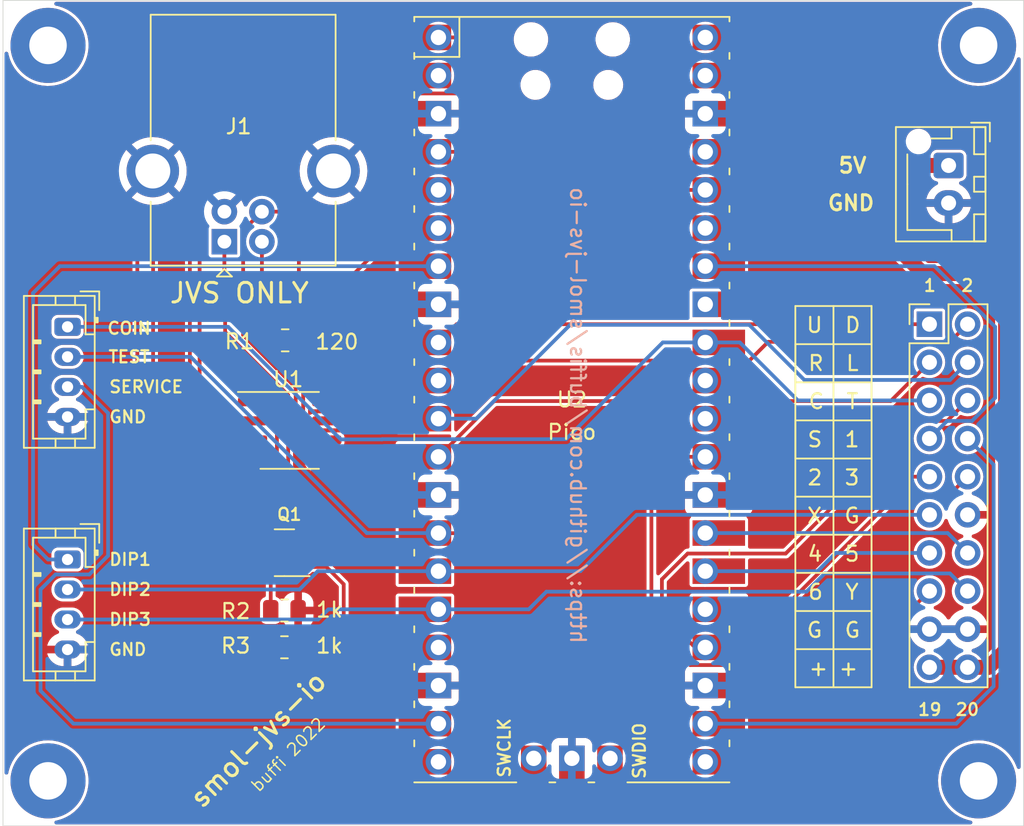
<source format=kicad_pcb>
(kicad_pcb (version 20211014) (generator pcbnew)
  (layers (0 "F.Cu" signal) (31 "B.Cu" signal) (34 "B.Paste" user) (35 "F.Paste" user) (36 "B.SilkS" user "B.Silkscreen") (37 "F.SilkS" user "F.Silkscreen") (38 "B.Mask" user) (39 "F.Mask" user) (44 "Edge.Cuts" user))
  (net 0 "")
  (net 1 "GND")
  (net 2 "+3V3")
  (net 4 "/jvs_tx")
  (net 5 "/jvs_de")
  (net 6 "/jvs_re")
  (net 7 "/jvs_rx")
  (net 8 "/sense_0v")
  (net 10 "Net-(J1-Pad2)")
  (net 11 "Net-(J1-Pad3)")
  (net 20 "/b_up")
  (net 21 "/b_down")
  (net 22 "/b_right")
  (net 23 "/b_left")
  (net 24 "/b_coin")
  (net 25 "/b_test")
  (net 26 "/b_start")
  (net 27 "/b_1")
  (net 28 "/b_2")
  (net 29 "/b_3")
  (net 30 "/b_4")
  (net 31 "/b_5")
  (net 32 "/b_6")
  (net 33 "/b_service")
  (net 34 "+5V")
  (net 35 "/dip1")
  (net 36 "/dip2")
  (net 37 "/dip3")
  (net 39 "/jvs_sense")
  (footprint "Resistor_SMD:R_0805_2012Metric" (layer "F.Cu") (at 190.8 66.65 180)
    (fp_text reference "R1" (at 3.05 -0.075) (layer "F.SilkS"))
    (fp_text value "120" (at -3.45 -0.1) (layer "F.SilkS"))
    (pad "1" smd roundrect (at -0.9125 0 180) (size 1.025 1.4) (layers "F.Cu" "F.Paste" "F.Mask") (roundrect_rratio 0.243902439) (net 11 "Net-(J1-Pad3)"))
    (pad "2" smd roundrect (at 0.9125 0 180) (size 1.025 1.4) (layers "F.Cu" "F.Paste" "F.Mask") (roundrect_rratio 0.243902439) (net 10 "Net-(J1-Pad2)"))
  )
  (footprint "Resistor_SMD:R_0805_2012Metric" (layer "F.Cu") (at 190.75 87.1 180)
    (fp_text reference "R3" (at 3.25 0.1) (layer "F.SilkS"))
    (fp_text value "1k" (at -3 0.1) (layer "F.SilkS"))
    (pad "1" smd roundrect (at -0.9125 0 180) (size 1.025 1.4) (layers "F.Cu" "F.Paste" "F.Mask") (roundrect_rratio 0.243902439) (net 8 "/sense_0v"))
    (pad "2" smd roundrect (at 0.9125 0 180) (size 1.025 1.4) (layers "F.Cu" "F.Paste" "F.Mask") (roundrect_rratio 0.243902439) (net 1 "GND"))
  )
  (footprint "Resistor_SMD:R_0805_2012Metric" (layer "F.Cu") (at 190.75 84.65)
    (fp_text reference "R2" (at -3.25 0.05) (layer "F.SilkS"))
    (fp_text value "1k" (at 3 -0.05) (layer "F.SilkS"))
    (pad "1" smd roundrect (at -0.9125 0) (size 1.025 1.4) (layers "F.Cu" "F.Paste" "F.Mask") (roundrect_rratio 0.243902439) (net 39 "/jvs_sense"))
    (pad "2" smd roundrect (at 0.9125 0) (size 1.025 1.4) (layers "F.Cu" "F.Paste" "F.Mask") (roundrect_rratio 0.243902439) (net 1 "GND"))
  )
  (footprint "Package_SO:SOIC-8_3.9x4.9mm_P1.27mm" (layer "F.Cu") (at 191.1 72.65)
    (fp_text reference "U1" (at -0.1 -3.4) (layer "F.SilkS"))
    (fp_text value "ISL3175EIBZ-T" hide)
    (pad "1" smd roundrect (at -2.475 -1.905) (size 1.95 0.6) (layers "F.Cu" "F.Paste" "F.Mask") (net 7 "/jvs_rx"))
    (pad "2" smd roundrect (at -2.475 -0.635) (size 1.95 0.6) (layers "F.Cu" "F.Paste" "F.Mask") (net 6 "/jvs_re"))
    (pad "3" smd roundrect (at -2.475 0.635) (size 1.95 0.6) (layers "F.Cu" "F.Paste" "F.Mask") (net 5 "/jvs_de"))
    (pad "4" smd roundrect (at -2.475 1.905) (size 1.95 0.6) (layers "F.Cu" "F.Paste" "F.Mask") (net 4 "/jvs_tx"))
    (pad "5" smd roundrect (at 2.475 1.905) (size 1.95 0.6) (layers "F.Cu" "F.Paste" "F.Mask") (net 1 "GND"))
    (pad "6" smd roundrect (at 2.475 0.635) (size 1.95 0.6) (layers "F.Cu" "F.Paste" "F.Mask") (net 11 "Net-(J1-Pad3)"))
    (pad "7" smd roundrect (at 2.475 -0.635) (size 1.95 0.6) (layers "F.Cu" "F.Paste" "F.Mask") (net 10 "Net-(J1-Pad2)"))
    (pad "8" smd roundrect (at 2.475 -1.905) (size 1.95 0.6) (layers "F.Cu" "F.Paste" "F.Mask") (net 2 "+3V3"))
  )
  (footprint "Connector_USB:USB_B_OST_USB-B1HSxx_Horizontal" (layer "F.Cu") (at 186.75 60.0775 90)
    (fp_text reference "J1" (at 7.6775 0.95) (layer "F.SilkS"))
    (fp_text value "USB_B")
    (pad "1" thru_hole rect (at 0 0 90) (size 1.7 1.7) (drill 0.92) (layers *.Cu *.Mask) (net 39 "/jvs_sense"))
    (pad "2" thru_hole circle (at 0 2.5 90) (size 1.7 1.7) (drill 0.92) (layers *.Cu *.Mask) (net 10 "Net-(J1-Pad2)"))
    (pad "3" thru_hole circle (at 2 2.5 90) (size 1.7 1.7) (drill 0.92) (layers *.Cu *.Mask) (net 11 "Net-(J1-Pad3)"))
    (pad "4" thru_hole circle (at 2 0 90) (size 1.7 1.7) (drill 0.92) (layers *.Cu *.Mask) (net 1 "GND"))
    (pad "5" thru_hole circle (at 4.71 -4.77 90) (size 3.5 3.5) (drill 2.33) (layers *.Cu *.Mask) (net 1 "GND"))
    (pad "5" thru_hole circle (at 4.71 7.27 90) (size 3.5 3.5) (drill 2.33) (layers *.Cu *.Mask) (net 1 "GND"))
  )
  (footprint "RPi_Pico:RPi_Pico_SMD_TH" (layer "F.Cu") (at 209.9 70.6)
    (fp_text reference "U2" (at 0 0) (layer "F.SilkS"))
    (fp_text value "Pico" (at 0 2.159) (layer "F.SilkS"))
    (fp_text user "SWCLK" (at -4.5 23.2 90) (layer "F.SilkS") (effects (font (size 0.8 0.8))))
    (fp_text user "SWDIO" (at 4.5 23.4 90) (layer "F.SilkS") (effects (font (size 0.8 0.8))))
    (pad "" np_thru_hole oval locked (at -2.425 -20.97) (size 1.5 1.5) (drill 1.5) (layers *.Cu *.Mask))
    (pad "" np_thru_hole oval locked (at -2.725 -24) (size 1.8 1.8) (drill 1.8) (layers *.Cu *.Mask))
    (pad "" np_thru_hole oval locked (at 2.425 -20.97) (size 1.5 1.5) (drill 1.5) (layers *.Cu *.Mask))
    (pad "" np_thru_hole oval locked (at 2.725 -24) (size 1.8 1.8) (drill 1.8) (layers *.Cu *.Mask))
    (pad "1" thru_hole oval locked (at -8.89 -24.13) (size 1.7 1.7) (drill 1.02) (layers *.Cu *.Mask) (net 4 "/jvs_tx"))
    (pad "1" smd rect locked (at -8.89 -24.13) (size 3.5 1.7) (drill (offset -0.9 0)) (layers "F.Cu" "F.Mask") (net 4 "/jvs_tx"))
    (pad "2" smd rect locked (at -8.89 -21.59) (size 3.5 1.7) (drill (offset -0.9 0)) (layers "F.Cu" "F.Mask") (net 7 "/jvs_rx"))
    (pad "2" thru_hole oval locked (at -8.89 -21.59) (size 1.7 1.7) (drill 1.02) (layers *.Cu *.Mask) (net 7 "/jvs_rx"))
    (pad "3" smd rect locked (at -8.89 -19.05) (size 3.5 1.7) (drill (offset -0.9 0)) (layers "F.Cu" "F.Mask") (net 1 "GND"))
    (pad "3" thru_hole rect locked (at -8.89 -19.05) (size 1.7 1.7) (drill 1.02) (layers *.Cu *.Mask) (net 1 "GND"))
    (pad "4" thru_hole oval locked (at -8.89 -16.51) (size 1.7 1.7) (drill 1.02) (layers *.Cu *.Mask) (net 6 "/jvs_re"))
    (pad "4" smd rect locked (at -8.89 -16.51) (size 3.5 1.7) (drill (offset -0.9 0)) (layers "F.Cu" "F.Mask") (net 6 "/jvs_re"))
    (pad "5" smd rect locked (at -8.89 -13.97) (size 3.5 1.7) (drill (offset -0.9 0)) (layers "F.Cu" "F.Mask") (net 5 "/jvs_de"))
    (pad "5" thru_hole oval locked (at -8.89 -13.97) (size 1.7 1.7) (drill 1.02) (layers *.Cu *.Mask) (net 5 "/jvs_de"))
    (pad "6" smd rect locked (at -8.89 -11.43) (size 3.5 1.7) (drill (offset -0.9 0)) (layers "F.Cu" "F.Mask"))
    (pad "6" thru_hole oval locked (at -8.89 -11.43) (size 1.7 1.7) (drill 1.02) (layers *.Cu *.Mask))
    (pad "7" thru_hole oval locked (at -8.89 -8.89) (size 1.7 1.7) (drill 1.02) (layers *.Cu *.Mask) (net 35 "/dip1"))
    (pad "7" smd rect locked (at -8.89 -8.89) (size 3.5 1.7) (drill (offset -0.9 0)) (layers "F.Cu" "F.Mask") (net 35 "/dip1"))
    (pad "8" thru_hole rect locked (at -8.89 -6.35) (size 1.7 1.7) (drill 1.02) (layers *.Cu *.Mask) (net 1 "GND"))
    (pad "8" smd rect locked (at -8.89 -6.35) (size 3.5 1.7) (drill (offset -0.9 0)) (layers "F.Cu" "F.Mask") (net 1 "GND"))
    (pad "9" thru_hole oval locked (at -8.89 -3.81) (size 1.7 1.7) (drill 1.02) (layers *.Cu *.Mask) (net 20 "/b_up"))
    (pad "9" smd rect locked (at -8.89 -3.81) (size 3.5 1.7) (drill (offset -0.9 0)) (layers "F.Cu" "F.Mask") (net 20 "/b_up"))
    (pad "10" thru_hole oval locked (at -8.89 -1.27) (size 1.7 1.7) (drill 1.02) (layers *.Cu *.Mask) (net 21 "/b_down"))
    (pad "10" smd rect locked (at -8.89 -1.27) (size 3.5 1.7) (drill (offset -0.9 0)) (layers "F.Cu" "F.Mask") (net 21 "/b_down"))
    (pad "11" smd rect locked (at -8.89 1.27) (size 3.5 1.7) (drill (offset -0.9 0)) (layers "F.Cu" "F.Mask") (net 23 "/b_left"))
    (pad "11" thru_hole oval locked (at -8.89 1.27) (size 1.7 1.7) (drill 1.02) (layers *.Cu *.Mask) (net 23 "/b_left"))
    (pad "12" smd rect locked (at -8.89 3.81) (size 3.5 1.7) (drill (offset -0.9 0)) (layers "F.Cu" "F.Mask") (net 22 "/b_right"))
    (pad "12" thru_hole oval locked (at -8.89 3.81) (size 1.7 1.7) (drill 1.02) (layers *.Cu *.Mask) (net 22 "/b_right"))
    (pad "13" thru_hole rect locked (at -8.89 6.35) (size 1.7 1.7) (drill 1.02) (layers *.Cu *.Mask) (net 1 "GND"))
    (pad "13" smd rect locked (at -8.89 6.35) (size 3.5 1.7) (drill (offset -0.9 0)) (layers "F.Cu" "F.Mask") (net 1 "GND"))
    (pad "14" smd rect locked (at -8.89 8.89) (size 3.5 1.7) (drill (offset -0.9 0)) (layers "F.Cu" "F.Mask") (net 25 "/b_test"))
    (pad "14" thru_hole oval locked (at -8.89 8.89) (size 1.7 1.7) (drill 1.02) (layers *.Cu *.Mask) (net 25 "/b_test"))
    (pad "15" smd rect locked (at -8.89 11.43) (size 3.5 1.7) (drill (offset -0.9 0)) (layers "F.Cu" "F.Mask") (net 36 "/dip2"))
    (pad "15" thru_hole oval locked (at -8.89 11.43) (size 1.7 1.7) (drill 1.02) (layers *.Cu *.Mask) (net 36 "/dip2"))
    (pad "16" thru_hole oval locked (at -8.89 13.97) (size 1.7 1.7) (drill 1.02) (layers *.Cu *.Mask) (net 37 "/dip3"))
    (pad "16" smd rect locked (at -8.89 13.97) (size 3.5 1.7) (drill (offset -0.9 0)) (layers "F.Cu" "F.Mask") (net 37 "/dip3"))
    (pad "17" thru_hole oval locked (at -8.89 16.51) (size 1.7 1.7) (drill 1.02) (layers *.Cu *.Mask) (net 8 "/sense_0v"))
    (pad "17" smd rect locked (at -8.89 16.51) (size 3.5 1.7) (drill (offset -0.9 0)) (layers "F.Cu" "F.Mask") (net 8 "/sense_0v"))
    (pad "18" smd rect locked (at -8.89 19.05) (size 3.5 1.7) (drill (offset -0.9 0)) (layers "F.Cu" "F.Mask") (net 1 "GND"))
    (pad "18" thru_hole rect locked (at -8.89 19.05) (size 1.7 1.7) (drill 1.02) (layers *.Cu *.Mask) (net 1 "GND"))
    (pad "19" thru_hole oval locked (at -8.89 21.59) (size 1.7 1.7) (drill 1.02) (layers *.Cu *.Mask) (net 33 "/b_service"))
    (pad "19" smd rect locked (at -8.89 21.59) (size 3.5 1.7) (drill (offset -0.9 0)) (layers "F.Cu" "F.Mask") (net 33 "/b_service"))
    (pad "20" thru_hole oval locked (at -8.89 24.13) (size 1.7 1.7) (drill 1.02) (layers *.Cu *.Mask) (net 37 "/dip3"))
    (pad "20" smd rect locked (at -8.89 24.13) (size 3.5 1.7) (drill (offset -0.9 0)) (layers "F.Cu" "F.Mask") (net 37 "/dip3"))
    (pad "21" smd rect locked (at 8.89 24.13) (size 3.5 1.7) (drill (offset 0.9 0)) (layers "F.Cu" "F.Mask"))
    (pad "21" thru_hole oval locked (at 8.89 24.13) (size 1.7 1.7) (drill 1.02) (layers *.Cu *.Mask))
    (pad "22" smd rect locked (at 8.89 21.59) (size 3.5 1.7) (drill (offset 0.9 0)) (layers "F.Cu" "F.Mask") (net 27 "/b_1"))
    (pad "22" thru_hole oval locked (at 8.89 21.59) (size 1.7 1.7) (drill 1.02) (layers *.Cu *.Mask) (net 27 "/b_1"))
    (pad "23" thru_hole rect locked (at 8.89 19.05) (size 1.7 1.7) (drill 1.02) (layers *.Cu *.Mask) (net 1 "GND"))
    (pad "23" smd rect locked (at 8.89 19.05) (size 3.5 1.7) (drill (offset 0.9 0)) (layers "F.Cu" "F.Mask") (net 1 "GND"))
    (pad "24" smd rect locked (at 8.89 16.51) (size 3.5 1.7) (drill (offset 0.9 0)) (layers "F.Cu" "F.Mask") (net 28 "/b_2"))
    (pad "24" thru_hole oval locked (at 8.89 16.51) (size 1.7 1.7) (drill 1.02) (layers *.Cu *.Mask) (net 28 "/b_2"))
    (pad "25" smd rect locked (at 8.89 13.97) (size 3.5 1.7) (drill (offset 0.9 0)) (layers "F.Cu" "F.Mask") (net 29 "/b_3"))
    (pad "25" thru_hole oval locked (at 8.89 13.97) (size 1.7 1.7) (drill 1.02) (layers *.Cu *.Mask) (net 29 "/b_3"))
    (pad "26" smd rect locked (at 8.89 11.43) (size 3.5 1.7) (drill (offset 0.9 0)) (layers "F.Cu" "F.Mask") (net 30 "/b_4"))
    (pad "26" thru_hole oval locked (at 8.89 11.43) (size 1.7 1.7) (drill 1.02) (layers *.Cu *.Mask) (net 30 "/b_4"))
    (pad "27" smd rect locked (at 8.89 8.89) (size 3.5 1.7) (drill (offset 0.9 0)) (layers "F.Cu" "F.Mask") (net 31 "/b_5"))
    (pad "27" thru_hole oval locked (at 8.89 8.89) (size 1.7 1.7) (drill 1.02) (layers *.Cu *.Mask) (net 31 "/b_5"))
    (pad "28" thru_hole rect locked (at 8.89 6.35) (size 1.7 1.7) (drill 1.02) (layers *.Cu *.Mask) (net 1 "GND"))
    (pad "28" smd rect locked (at 8.89 6.35) (size 3.5 1.7) (drill (offset 0.9 0)) (layers "F.Cu" "F.Mask") (net 1 "GND"))
    (pad "29" thru_hole oval locked (at 8.89 3.81) (size 1.7 1.7) (drill 1.02) (layers *.Cu *.Mask) (net 32 "/b_6"))
    (pad "29" smd rect locked (at 8.89 3.81) (size 3.5 1.7) (drill (offset 0.9 0)) (layers "F.Cu" "F.Mask") (net 32 "/b_6"))
    (pad "30" thru_hole oval locked (at 8.89 1.27) (size 1.7 1.7) (drill 1.02) (layers *.Cu *.Mask))
    (pad "30" smd rect locked (at 8.89 1.27) (size 3.5 1.7) (drill (offset 0.9 0)) (layers "F.Cu" "F.Mask"))
    (pad "31" smd rect locked (at 8.89 -1.27) (size 3.5 1.7) (drill (offset 0.9 0)) (layers "F.Cu" "F.Mask"))
    (pad "31" thru_hole oval locked (at 8.89 -1.27) (size 1.7 1.7) (drill 1.02) (layers *.Cu *.Mask))
    (pad "32" thru_hole oval locked (at 8.89 -3.81) (size 1.7 1.7) (drill 1.02) (layers *.Cu *.Mask) (net 24 "/b_coin"))
    (pad "32" smd rect locked (at 8.89 -3.81) (size 3.5 1.7) (drill (offset 0.9 0)) (layers "F.Cu" "F.Mask") (net 24 "/b_coin"))
    (pad "33" thru_hole rect locked (at 8.89 -6.35) (size 1.7 1.7) (drill 1.02) (layers *.Cu *.Mask))
    (pad "33" smd rect locked (at 8.89 -6.35) (size 3.5 1.7) (drill (offset 0.9 0)) (layers "F.Cu" "F.Mask"))
    (pad "34" smd rect locked (at 8.89 -8.89) (size 3.5 1.7) (drill (offset 0.9 0)) (layers "F.Cu" "F.Mask") (net 26 "/b_start"))
    (pad "34" thru_hole oval locked (at 8.89 -8.89) (size 1.7 1.7) (drill 1.02) (layers *.Cu *.Mask) (net 26 "/b_start"))
    (pad "35" smd rect locked (at 8.89 -11.43) (size 3.5 1.7) (drill (offset 0.9 0)) (layers "F.Cu" "F.Mask"))
    (pad "35" thru_hole oval locked (at 8.89 -11.43) (size 1.7 1.7) (drill 1.02) (layers *.Cu *.Mask))
    (pad "36" thru_hole oval locked (at 8.89 -13.97) (size 1.7 1.7) (drill 1.02) (layers *.Cu *.Mask) (net 2 "+3V3"))
    (pad "36" smd rect locked (at 8.89 -13.97) (size 3.5 1.7) (drill (offset 0.9 0)) (layers "F.Cu" "F.Mask") (net 2 "+3V3"))
    (pad "37" thru_hole oval locked (at 8.89 -16.51) (size 1.7 1.7) (drill 1.02) (layers *.Cu *.Mask))
    (pad "37" smd rect locked (at 8.89 -16.51) (size 3.5 1.7) (drill (offset 0.9 0)) (layers "F.Cu" "F.Mask"))
    (pad "38" thru_hole rect locked (at 8.89 -19.05) (size 1.7 1.7) (drill 1.02) (layers *.Cu *.Mask) (net 1 "GND"))
    (pad "38" smd rect locked (at 8.89 -19.05) (size 3.5 1.7) (drill (offset 0.9 0)) (layers "F.Cu" "F.Mask") (net 1 "GND"))
    (pad "39" thru_hole oval locked (at 8.89 -21.59) (size 1.7 1.7) (drill 1.02) (layers *.Cu *.Mask) (net 34 "+5V"))
    (pad "39" smd rect locked (at 8.89 -21.59) (size 3.5 1.7) (drill (offset 0.9 0)) (layers "F.Cu" "F.Mask") (net 34 "+5V"))
    (pad "40" smd rect locked (at 8.89 -24.13) (size 3.5 1.7) (drill (offset 0.9 0)) (layers "F.Cu" "F.Mask"))
    (pad "40" thru_hole oval locked (at 8.89 -24.13) (size 1.7 1.7) (drill 1.02) (layers *.Cu *.Mask))
    (pad "41" smd rect locked (at -2.54 23.9 90) (size 3.5 1.7) (drill (offset -0.9 0)) (layers "F.Cu" "F.Mask"))
    (pad "41" thru_hole oval locked (at -2.54 23.9) (size 1.7 1.7) (drill 1.02) (layers *.Cu *.Mask))
    (pad "42" thru_hole rect locked (at 0 23.9) (size 1.7 1.7) (drill 1.02) (layers *.Cu *.Mask) (net 1 "GND"))
    (pad "42" smd rect locked (at 0 23.9 90) (size 3.5 1.7) (drill (offset -0.9 0)) (layers "F.Cu" "F.Mask") (net 1 "GND"))
    (pad "43" thru_hole oval locked (at 2.54 23.9) (size 1.7 1.7) (drill 1.02) (layers *.Cu *.Mask))
    (pad "43" smd rect locked (at 2.54 23.9 90) (size 3.5 1.7) (drill (offset -0.9 0)) (layers "F.Cu" "F.Mask"))
  )
  (footprint "Connector_JST:JST_XH_B2B-XH-AM_1x02_P2.50mm_Vertical" (layer "F.Cu") (at 235 55 -90)
    (fp_text reference "J5" hide)
    (fp_text value "Power")
    (pad "" np_thru_hole circle locked (at -1.6 2 270) (size 1.2 1.2) (drill 1.2) (layers *.Cu *.Mask))
    (pad "1" thru_hole roundrect locked (at 0 0 270) (size 1.7 2) (drill 1) (layers *.Cu *.Mask) (roundrect_rratio 0.147059) (net 34 "+5V"))
    (pad "2" thru_hole oval locked (at 2.5 0 270) (size 1.7 2) (drill 1) (layers *.Cu *.Mask) (net 1 "GND"))
  )
  (footprint "Connector_PinHeader_2.54mm:PinHeader_2x10_P2.54mm_Vertical" (layer "F.Cu") (at 233.725 65.575)
    (fp_text reference "J6" hide)
    (fp_text value "Controls")
    (pad "1" thru_hole rect locked (at 0 0) (size 1.7 1.7) (drill 1) (layers *.Cu *.Mask) (net 20 "/b_up"))
    (pad "2" thru_hole oval locked (at 2.54 0) (size 1.7 1.7) (drill 1) (layers *.Cu *.Mask) (net 21 "/b_down"))
    (pad "3" thru_hole oval locked (at 0 2.54) (size 1.7 1.7) (drill 1) (layers *.Cu *.Mask) (net 22 "/b_right"))
    (pad "4" thru_hole oval locked (at 2.54 2.54) (size 1.7 1.7) (drill 1) (layers *.Cu *.Mask) (net 23 "/b_left"))
    (pad "5" thru_hole oval locked (at 0 5.08) (size 1.7 1.7) (drill 1) (layers *.Cu *.Mask) (net 24 "/b_coin"))
    (pad "6" thru_hole oval locked (at 2.54 5.08) (size 1.7 1.7) (drill 1) (layers *.Cu *.Mask) (net 25 "/b_test"))
    (pad "7" thru_hole oval locked (at 0 7.62) (size 1.7 1.7) (drill 1) (layers *.Cu *.Mask) (net 26 "/b_start"))
    (pad "8" thru_hole oval locked (at 2.54 7.62) (size 1.7 1.7) (drill 1) (layers *.Cu *.Mask) (net 27 "/b_1"))
    (pad "9" thru_hole oval locked (at 0 10.16) (size 1.7 1.7) (drill 1) (layers *.Cu *.Mask) (net 28 "/b_2"))
    (pad "10" thru_hole oval locked (at 2.54 10.16) (size 1.7 1.7) (drill 1) (layers *.Cu *.Mask) (net 29 "/b_3"))
    (pad "11" thru_hole oval locked (at 0 12.7) (size 1.7 1.7) (drill 1) (layers *.Cu *.Mask) (net 36 "/dip2"))
    (pad "12" thru_hole oval locked (at 2.54 12.7) (size 1.7 1.7) (drill 1) (layers *.Cu *.Mask) (net 1 "GND"))
    (pad "13" thru_hole oval locked (at 0 15.24) (size 1.7 1.7) (drill 1) (layers *.Cu *.Mask) (net 30 "/b_4"))
    (pad "14" thru_hole oval locked (at 2.54 15.24) (size 1.7 1.7) (drill 1) (layers *.Cu *.Mask) (net 31 "/b_5"))
    (pad "15" thru_hole oval locked (at 0 17.78) (size 1.7 1.7) (drill 1) (layers *.Cu *.Mask) (net 32 "/b_6"))
    (pad "16" thru_hole oval locked (at 2.54 17.78) (size 1.7 1.7) (drill 1) (layers *.Cu *.Mask) (net 37 "/dip3"))
    (pad "17" thru_hole oval locked (at 0 20.32) (size 1.7 1.7) (drill 1) (layers *.Cu *.Mask) (net 1 "GND"))
    (pad "18" thru_hole oval locked (at 2.54 20.32) (size 1.7 1.7) (drill 1) (layers *.Cu *.Mask) (net 1 "GND"))
    (pad "19" thru_hole oval locked (at 0 22.86) (size 1.7 1.7) (drill 1) (layers *.Cu *.Mask) (net 2 "+3V3"))
    (pad "20" thru_hole oval locked (at 2.54 22.86) (size 1.7 1.7) (drill 1) (layers *.Cu *.Mask) (net 2 "+3V3"))
  )
  (footprint "Package_TO_SOT_SMD:SOT-23" (layer "F.Cu") (at 190.75 80.8 180)
    (fp_text reference "Q1" (at -0.325 2.55) (layer "F.SilkS") (effects (font (size 0.8 0.8))))
    (fp_text value "AO3400A" hide)
    (pad "1" smd roundrect locked (at -0.9375 -0.95 180) (size 1.475 0.6) (layers "F.Cu" "F.Paste" "F.Mask") (net 8 "/sense_0v"))
    (pad "2" smd roundrect locked (at -0.9375 0.95 180) (size 1.475 0.6) (layers "F.Cu" "F.Paste" "F.Mask") (net 1 "GND"))
    (pad "3" smd roundrect locked (at 0.9375 0 180) (size 1.475 0.6) (layers "F.Cu" "F.Paste" "F.Mask") (net 39 "/jvs_sense"))
  )
  (footprint "MountingHole:MountingHole_2.5mm_Pad" (layer "F.Cu") (at 237 96)
    (fp_text reference "H4" hide)
    (fp_text value "MountingHole_Pad" hide)
    (pad "1" thru_hole circle locked (at 0 0) (size 5 5) (drill 2.5) (layers *.Cu *.Mask))
  )
  (footprint "Connector_JST:JST_PH_B4B-PH-K_1x04_P2.00mm_Vertical" (layer "F.Cu") (at 176.3 81.25 -90)
    (fp_text reference "J3" hide)
    (fp_text value "Dips")
    (pad "1" thru_hole roundrect locked (at 0 0 270) (size 1.2 1.75) (drill 0.75) (layers *.Cu *.Mask) (roundrect_rratio 0.208333) (net 35 "/dip1"))
    (pad "2" thru_hole oval locked (at 2 0 270) (size 1.2 1.75) (drill 0.75) (layers *.Cu *.Mask) (net 36 "/dip2"))
    (pad "3" thru_hole oval locked (at 4 0 270) (size 1.2 1.75) (drill 0.75) (layers *.Cu *.Mask) (net 37 "/dip3"))
    (pad "4" thru_hole oval locked (at 6 0 270) (size 1.2 1.75) (drill 0.75) (layers *.Cu *.Mask) (net 1 "GND"))
  )
  (footprint "MountingHole:MountingHole_2.5mm_Pad" (layer "F.Cu") (at 175 96)
    (fp_text reference "H3" hide)
    (fp_text value "MountingHole_Pad" hide)
    (pad "1" thru_hole circle locked (at 0 0) (size 5 5) (drill 2.5) (layers *.Cu *.Mask))
  )
  (footprint "Connector_JST:JST_PH_B4B-PH-K_1x04_P2.00mm_Vertical" (layer "F.Cu") (at 176.3 65.75 -90)
    (fp_text reference "J2" hide)
    (fp_text value "Misc")
    (pad "1" thru_hole roundrect locked (at 0 0 270) (size 1.2 1.75) (drill 0.75) (layers *.Cu *.Mask) (roundrect_rratio 0.208333) (net 24 "/b_coin"))
    (pad "2" thru_hole oval locked (at 2 0 270) (size 1.2 1.75) (drill 0.75) (layers *.Cu *.Mask) (net 25 "/b_test"))
    (pad "3" thru_hole oval locked (at 4 0 270) (size 1.2 1.75) (drill 0.75) (layers *.Cu *.Mask) (net 33 "/b_service"))
    (pad "4" thru_hole oval locked (at 6 0 270) (size 1.2 1.75) (drill 0.75) (layers *.Cu *.Mask) (net 1 "GND"))
  )
  (footprint "MountingHole:MountingHole_2.5mm_Pad" (layer "F.Cu") (at 237 47)
    (fp_text reference "H2" hide)
    (fp_text value "MountingHole_Pad" hide)
    (pad "1" thru_hole circle locked (at 0 0) (size 5 5) (drill 2.5) (layers *.Cu *.Mask))
  )
  (footprint "MountingHole:MountingHole_2.5mm_Pad" (layer "F.Cu") (at 175 47)
    (fp_text reference "H1" hide)
    (fp_text value "MountingHole_Pad" hide)
    (pad "1" thru_hole circle locked (at 0 0) (size 5 5) (drill 2.5) (layers *.Cu *.Mask))
  )
  (gr_line (start 224.79 79.605) (end 224.79 77.065) (layer "F.SilkS") (width 0.12))
  (gr_line (start 224.79 74.525) (end 224.79 71.985) (layer "F.SilkS") (width 0.12))
  (gr_line (start 224.79 77.065) (end 229.87 77.065) (layer "F.SilkS") (width 0.12))
  (gr_line (start 224.79 69.445) (end 224.79 66.905) (layer "F.SilkS") (width 0.12))
  (gr_line (start 224.79 64.365) (end 229.87 64.365) (layer "F.SilkS") (width 0.12))
  (gr_line (start 229.87 69.445) (end 224.79 69.445) (layer "F.SilkS") (width 0.12))
  (gr_line (start 224.79 84.685) (end 224.79 82.145) (layer "F.SilkS") (width 0.12))
  (gr_line (start 229.87 66.905) (end 229.87 64.365) (layer "F.SilkS") (width 0.12))
  (gr_line (start 224.79 87.225) (end 229.87 87.225) (layer "F.SilkS") (width 0.12))
  (gr_line (start 224.79 64.365) (end 224.79 89.765) (layer "F.SilkS") (width 0.12))
  (gr_line (start 229.87 84.685) (end 224.79 84.685) (layer "F.SilkS") (width 0.12))
  (gr_line (start 224.79 66.905) (end 229.87 66.905) (layer "F.SilkS") (width 0.12))
  (gr_line (start 229.87 82.145) (end 229.87 79.605) (layer "F.SilkS") (width 0.12))
  (gr_line (start 229.87 79.605) (end 224.79 79.605) (layer "F.SilkS") (width 0.12))
  (gr_line (start 229.87 89.765) (end 229.87 64.365) (layer "F.SilkS") (width 0.12))
  (gr_line (start 227.33 64.365) (end 227.33 89.765) (layer "F.SilkS") (width 0.12))
  (gr_line (start 224.79 71.985) (end 229.87 71.985) (layer "F.SilkS") (width 0.12))
  (gr_line (start 224.79 82.145) (end 229.87 82.145) (layer "F.SilkS") (width 0.12))
  (gr_line (start 229.87 89.765) (end 224.79 89.765) (layer "F.SilkS") (width 0.12))
  (gr_line (start 229.87 71.985) (end 229.87 69.445) (layer "F.SilkS") (width 0.12))
  (gr_line (start 229.87 74.525) (end 224.79 74.525) (layer "F.SilkS") (width 0.12))
  (gr_line (start 229.87 87.225) (end 229.87 84.685) (layer "F.SilkS") (width 0.12))
  (gr_line (start 240 99) (end 172 99) (layer "Edge.Cuts") (width 0.05))
  (gr_line (start 172 99) (end 172 44) (layer "Edge.Cuts") (width 0.05))
  (gr_line (start 240 44) (end 240 99) (layer "Edge.Cuts") (width 0.05))
  (gr_line (start 172 44) (end 240 44) (layer "Edge.Cuts") (width 0.05))
  (gr_text "https://github.com/buffis/smol-jvs-io" (at 210.3 71.65 -90) (layer "B.SilkS") (effects (font (size 1 1)) (justify mirror)))
  (gr_text "GND" (at 179 71.75) (layer "F.SilkS") (effects (font (size 0.8 0.8)) (justify left)))
  (gr_text "buffi 2022" (at 191 94.25 45) (layer "F.SilkS") (effects (font (size 0.8 0.8) (thickness 0.1))))
  (gr_text "S  1" (at 227.33 73.255) (layer "F.SilkS") (effects (font (size 1 1))))
  (gr_text "1" (at 233.75 63) (layer "F.SilkS") (effects (font (size 0.8 0.8))))
  (gr_text "DIP1" (at 179 81.25) (layer "F.SilkS") (effects (font (size 0.8 0.8)) (justify left)))
  (gr_text "DIP3" (at 179 85.25) (layer "F.SilkS") (effects (font (size 0.8 0.8)) (justify left)))
  (gr_text "4  5" (at 227.33 80.875) (layer "F.SilkS") (effects (font (size 1 1))))
  (gr_text "U  D" (at 227.33 65.635) (layer "F.SilkS") (effects (font (size 1 1))))
  (gr_text "G  G" (at 227.33 85.955) (layer "F.SilkS") (effects (font (size 1 1))))
  (gr_text "X  G" (at 227.33 78.335) (layer "F.SilkS") (effects (font (size 1 1))))
  (gr_text "20" (at 236.25 91.25) (layer "F.SilkS") (effects (font (size 0.8 0.8))))
  (gr_text "+ +" (at 227.33 88.495) (layer "F.SilkS") (effects (font (size 1 1))))
  (gr_text "6  Y" (at 227.33 83.415) (layer "F.SilkS") (effects (font (size 1 1))))
  (gr_text "2" (at 236.25 63) (layer "F.SilkS") (effects (font (size 0.8 0.8))))
  (gr_text "C  T" (at 227.33 70.715) (layer "F.SilkS") (effects (font (size 1 1))))
  (gr_text "COIN" (at 180.4 65.85) (layer "F.SilkS") (effects (font (size 0.8 0.8))))
  (gr_text "R  L" (at 227.33 68.175) (layer "F.SilkS") (effects (font (size 1 1))))
  (gr_text "2  3" (at 227.33 75.795) (layer "F.SilkS") (effects (font (size 1 1))))
  (gr_text "DIP2" (at 179 83.25) (layer "F.SilkS") (effects (font (size 0.8 0.8)) (justify left)))
  (gr_text "smol-jvs-io" (at 189 93.25 45) (layer "F.SilkS") (effects (font (size 1.25 1.25) (thickness 0.2))))
  (gr_text "5V" (at 228.6 55) (layer "F.SilkS") (effects (font (size 1 1) (thickness 0.2))))
  (gr_text "SERVICE" (at 179 69.75) (layer "F.SilkS") (effects (font (size 0.8 0.8)) (justify left)))
  (gr_text "TEST" (at 180.4 67.75) (layer "F.SilkS") (effects (font (size 0.8 0.8))))
  (gr_text "JVS ONLY" (at 187.75 63.5) (layer "F.SilkS") (effects (font (size 1.3 1.3) (thickness 0.2))))
  (gr_text "19" (at 233.75 91.25) (layer "F.SilkS") (effects (font (size 0.8 0.8))))
  (gr_text "GND" (at 228.5 57.5) (layer "F.SilkS") (effects (font (size 1 1) (thickness 0.2))))
  (gr_text "GND" (at 179 87.25) (layer "F.SilkS") (effects (font (size 0.8 0.8)) (justify left)))
  (segment (start 233.3 62.2) (end 237.8 62.2) (width 1) (layer "F.Cu") (net 2))
  (segment (start 193.575 70.745) (end 193.575 64.025) (width 0.25) (layer "F.Cu") (net 2))
  (segment (start 213.82 56.63) (end 218.79 56.63) (width 0.25) (layer "F.Cu") (net 2))
  (segment (start 227.73 56.63) (end 233.3 62.2) (width 1) (layer "F.Cu") (net 2))
  (segment (start 193.575 64.025) (end 197.255489 60.344511) (width 0.25) (layer "F.Cu") (net 2))
  (segment (start 236.265 88.435) (end 233.725 88.435) (width 1) (layer "F.Cu") (net 2))
  (segment (start 238.8 63.2) (end 238.8 87.3) (width 1) (layer "F.Cu") (net 2))
  (segment (start 197.255489 60.344511) (end 210.105489 60.344511) (width 0.25) (layer "F.Cu") (net 2))
  (segment (start 210.105489 60.344511) (end 213.82 56.63) (width 0.25) (layer "F.Cu") (net 2))
  (segment (start 218.79 56.63) (end 227.73 56.63) (width 1) (layer "F.Cu") (net 2))
  (segment (start 237.665 88.435) (end 236.265 88.435) (width 1) (layer "F.Cu") (net 2))
  (segment (start 238.8 87.3) (end 237.665 88.435) (width 1) (layer "F.Cu") (net 2))
  (segment (start 237.8 62.2) (end 238.8 63.2) (width 1) (layer "F.Cu") (net 2))
  (segment (start 202.32 46.47) (end 201.01 46.47) (width 0.25) (layer "F.Cu") (net 4))
  (segment (start 182 59.85) (end 179.45 57.3) (width 0.25) (layer "F.Cu") (net 4))
  (segment (start 183 50.2) (end 202.55 50.2) (width 0.25) (layer "F.Cu") (net 4))
  (segment (start 202.55 50.2) (end 202.9 49.85) (width 0.25) (layer "F.Cu") (net 4))
  (segment (start 179.45 57.3) (end 179.45 53.75) (width 0.25) (layer "F.Cu") (net 4))
  (segment (start 182 71.45) (end 182 59.85) (width 0.25) (layer "F.Cu") (net 4))
  (segment (start 179.45 53.75) (end 183 50.2) (width 0.25) (layer "F.Cu") (net 4))
  (segment (start 202.9 49.85) (end 202.9 47.05) (width 0.25) (layer "F.Cu") (net 4))
  (segment (start 185.105 74.555) (end 182 71.45) (width 0.25) (layer "F.Cu") (net 4))
  (segment (start 202.9 47.05) (end 202.32 46.47) (width 0.25) (layer "F.Cu") (net 4))
  (segment (start 188.625 74.555) (end 185.105 74.555) (width 0.25) (layer "F.Cu") (net 4))
  (segment (start 196.1 58.3) (end 193 58.3) (width 0.25) (layer "F.Cu") (net 5))
  (segment (start 197.8 56.6) (end 196.1 58.3) (width 0.25) (layer "F.Cu") (net 5))
  (segment (start 184.45 71.05) (end 186.685 73.285) (width 0.25) (layer "F.Cu") (net 5))
  (segment (start 201.01 56.63) (end 200.98 56.6) (width 0.25) (layer "F.Cu") (net 5))
  (segment (start 200.98 56.6) (end 197.8 56.6) (width 0.25) (layer "F.Cu") (net 5))
  (segment (start 186.685 73.285) (end 188.625 73.285) (width 0.25) (layer "F.Cu") (net 5))
  (segment (start 185.4 55.85) (end 184.45 56.8) (width 0.25) (layer "F.Cu") (net 5))
  (segment (start 184.45 56.8) (end 184.45 71.05) (width 0.25) (layer "F.Cu") (net 5))
  (segment (start 190.55 55.85) (end 185.4 55.85) (width 0.25) (layer "F.Cu") (net 5))
  (segment (start 193 58.3) (end 190.55 55.85) (width 0.25) (layer "F.Cu") (net 5))
  (segment (start 197.45 57.95) (end 202 57.95) (width 0.25) (layer "F.Cu") (net 6))
  (segment (start 190 56.55) (end 192.45 59) (width 0.25) (layer "F.Cu") (net 6))
  (segment (start 188.625 72.015) (end 187.065 72.015) (width 0.25) (layer "F.Cu") (net 6))
  (segment (start 185.9 56.55) (end 190 56.55) (width 0.25) (layer "F.Cu") (net 6))
  (segment (start 187.065 72.015) (end 185.1 70.05) (width 0.25) (layer "F.Cu") (net 6))
  (segment (start 185.1 70.05) (end 185.1 57.35) (width 0.25) (layer "F.Cu") (net 6))
  (segment (start 202.8 57.15) (end 202.8 54.7) (width 0.25) (layer "F.Cu") (net 6))
  (segment (start 202 57.95) (end 202.8 57.15) (width 0.25) (layer "F.Cu") (net 6))
  (segment (start 192.45 59) (end 196.4 59) (width 0.25) (layer "F.Cu") (net 6))
  (segment (start 202.19 54.09) (end 201.01 54.09) (width 0.25) (layer "F.Cu") (net 6))
  (segment (start 202.8 54.7) (end 202.19 54.09) (width 0.25) (layer "F.Cu") (net 6))
  (segment (start 196.4 59) (end 197.45 57.95) (width 0.25) (layer "F.Cu") (net 6))
  (segment (start 185.1 57.35) (end 185.9 56.55) (width 0.25) (layer "F.Cu") (net 6))
  (segment (start 190.25 71.3) (end 190.25 75.05) (width 0.25) (layer "F.Cu") (net 7))
  (segment (start 189.695 70.745) (end 190.25 71.3) (width 0.25) (layer "F.Cu") (net 7))
  (segment (start 180.95 72.95) (end 180.95 60.55) (width 0.25) (layer "F.Cu") (net 7))
  (segment (start 183.7 75.7) (end 180.95 72.95) (width 0.25) (layer "F.Cu") (net 7))
  (segment (start 188.625 70.745) (end 189.695 70.745) (width 0.25) (layer "F.Cu") (net 7))
  (segment (start 178.25 57.85) (end 178.25 53.35) (width 0.25) (layer "F.Cu") (net 7))
  (segment (start 180.95 60.55) (end 178.25 57.85) (width 0.25) (layer "F.Cu") (net 7))
  (segment (start 178.25 53.35) (end 182.59 49.01) (width 0.25) (layer "F.Cu") (net 7))
  (segment (start 190.25 75.05) (end 189.6 75.7) (width 0.25) (layer "F.Cu") (net 7))
  (segment (start 189.6 75.7) (end 183.7 75.7) (width 0.25) (layer "F.Cu") (net 7))
  (segment (start 182.59 49.01) (end 201.01 49.01) (width 0.25) (layer "F.Cu") (net 7))
  (segment (start 191.6875 81.75) (end 193.55 81.75) (width 0.25) (layer "F.Cu") (net 8))
  (segment (start 191.6725 87.11) (end 194.11 87.11) (width 0.25) (layer "F.Cu") (net 8))
  (segment (start 194.7 86.52) (end 194.11 87.11) (width 0.25) (layer "F.Cu") (net 8))
  (segment (start 194.11 87.11) (end 201.01 87.11) (width 0.25) (layer "F.Cu") (net 8))
  (segment (start 193.55 81.75) (end 194.7 82.9) (width 0.25) (layer "F.Cu") (net 8))
  (segment (start 194.7 82.9) (end 194.7 86.52) (width 0.25) (layer "F.Cu") (net 8))
  (segment (start 191.6625 87.1) (end 191.6725 87.11) (width 0.25) (layer "F.Cu") (net 8))
  (segment (start 192.215 72.015) (end 193.575 72.015) (width 0.25) (layer "F.Cu") (net 10))
  (segment (start 192 69.05) (end 192 71.8) (width 0.25) (layer "F.Cu") (net 10))
  (segment (start 192 71.8) (end 192.215 72.015) (width 0.25) (layer "F.Cu") (net 10))
  (segment (start 189.8875 66.65) (end 189.8875 66.9375) (width 0.25) (layer "F.Cu") (net 10))
  (segment (start 189.25 66.0125) (end 189.8875 66.65) (width 0.25) (layer "F.Cu") (net 10))
  (segment (start 189.25 60.0775) (end 189.25 66.0125) (width 0.25) (layer "F.Cu") (net 10))
  (segment (start 189.8875 66.9375) (end 192 69.05) (width 0.25) (layer "F.Cu") (net 10))
  (segment (start 190.3775 58.0775) (end 189.25 58.0775) (width 0.25) (layer "F.Cu") (net 11))
  (segment (start 191.7125 59.4125) (end 190.3775 58.0775) (width 0.25) (layer "F.Cu") (net 11))
  (segment (start 191.5 69.8) (end 188 66.3) (width 0.25) (layer "F.Cu") (net 11))
  (segment (start 192.235 73.285) (end 191.5 72.55) (width 0.25) (layer "F.Cu") (net 11))
  (segment (start 188 66.3) (end 188 59.3275) (width 0.25) (layer "F.Cu") (net 11))
  (segment (start 193.575 73.285) (end 192.235 73.285) (width 0.25) (layer "F.Cu") (net 11))
  (segment (start 191.7125 66.65) (end 191.7125 59.4125) (width 0.25) (layer "F.Cu") (net 11))
  (segment (start 191.5 72.55) (end 191.5 69.8) (width 0.25) (layer "F.Cu") (net 11))
  (segment (start 188 59.3275) (end 189.25 58.0775) (width 0.25) (layer "F.Cu") (net 11))
  (segment (start 202.225 65.575) (end 201.01 66.79) (width 0.25) (layer "F.Cu") (net 20))
  (segment (start 233.725 65.575) (end 202.225 65.575) (width 0.25) (layer "F.Cu") (net 20))
  (segment (start 235.090489 66.749511) (end 222.979511 66.749511) (width 0.25) (layer "F.Cu") (net 21))
  (segment (start 236.265 65.575) (end 235.090489 66.749511) (width 0.25) (layer "F.Cu") (net 21))
  (segment (start 202.34 68) (end 201.01 69.33) (width 0.25) (layer "F.Cu") (net 21))
  (segment (start 222.979511 66.749511) (end 221.729022 68) (width 0.25) (layer "F.Cu") (net 21))
  (segment (start 221.729022 68) (end 202.34 68) (width 0.25) (layer "F.Cu") (net 21))
  (segment (start 233.725 68.115) (end 231.144511 70.695489) (width 0.25) (layer "F.Cu") (net 22))
  (segment (start 204.724511 70.695489) (end 201.01 74.41) (width 0.25) (layer "F.Cu") (net 22))
  (segment (start 231.144511 70.695489) (end 204.724511 70.695489) (width 0.25) (layer "F.Cu") (net 22))
  (segment (start 221.715489 65.615489) (end 209.784511 65.615489) (width 0.25) (layer "B.Cu") (net 23))
  (segment (start 203.53 71.87) (end 201.01 71.87) (width 0.25) (layer "B.Cu") (net 23))
  (segment (start 225.389511 69.289511) (end 221.715489 65.615489) (width 0.25) (layer "B.Cu") (net 23))
  (segment (start 209.784511 65.615489) (end 203.53 71.87) (width 0.25) (layer "B.Cu") (net 23))
  (segment (start 236.265 68.115) (end 235.090489 69.289511) (width 0.25) (layer "B.Cu") (net 23))
  (segment (start 235.090489 69.289511) (end 225.389511 69.289511) (width 0.25) (layer "B.Cu") (net 23))
  (segment (start 197.25 73.25) (end 194.5 73.25) (width 0.25) (layer "B.Cu") (net 24))
  (segment (start 187 65.75) (end 176.3 65.75) (width 0.25) (layer "B.Cu") (net 24))
  (segment (start 197.264511 73.235489) (end 197.25 73.25) (width 0.25) (layer "B.Cu") (net 24))
  (segment (start 224.955 70.655) (end 221.09 66.79) (width 0.25) (layer "B.Cu") (net 24))
  (segment (start 194.5 73.25) (end 187 65.75) (width 0.25) (layer "B.Cu") (net 24))
  (segment (start 233.725 70.655) (end 224.955 70.655) (width 0.25) (layer "B.Cu") (net 24))
  (segment (start 209.514511 73.235489) (end 197.264511 73.235489) (width 0.25) (layer "B.Cu") (net 24))
  (segment (start 218.79 66.79) (end 215.96 66.79) (width 0.25) (layer "B.Cu") (net 24))
  (segment (start 221.09 66.79) (end 218.79 66.79) (width 0.25) (layer "B.Cu") (net 24))
  (segment (start 215.96 66.79) (end 209.514511 73.235489) (width 0.25) (layer "B.Cu") (net 24))
  (segment (start 222.788533 72.020489) (end 221.573533 73.235489) (width 0.25) (layer "F.Cu") (net 25))
  (segment (start 221.573533 73.235489) (end 210.964511 73.235489) (width 0.25) (layer "F.Cu") (net 25))
  (segment (start 201.02 79.5) (end 201.01 79.49) (width 0.25) (layer "F.Cu") (net 25))
  (segment (start 234.899511 72.020489) (end 222.788533 72.020489) (width 0.25) (layer "F.Cu") (net 25))
  (segment (start 210.964511 73.235489) (end 204.7 79.5) (width 0.25) (layer "F.Cu") (net 25))
  (segment (start 204.7 79.5) (end 201.02 79.5) (width 0.25) (layer "F.Cu") (net 25))
  (segment (start 236.265 70.655) (end 234.899511 72.020489) (width 0.25) (layer "F.Cu") (net 25))
  (segment (start 184.5 67.75) (end 196.24 79.49) (width 0.25) (layer "B.Cu") (net 25))
  (segment (start 196.24 79.49) (end 201.01 79.49) (width 0.25) (layer "B.Cu") (net 25))
  (segment (start 176.3 67.75) (end 184.5 67.75) (width 0.25) (layer "B.Cu") (net 25))
  (segment (start 238.1 65.74899) (end 234.06101 61.71) (width 0.25) (layer "B.Cu") (net 26))
  (segment (start 233.725 73.195) (end 234.899511 72.020489) (width 0.25) (layer "B.Cu") (net 26))
  (segment (start 238.1 70.48101) (end 238.1 65.74899) (width 0.25) (layer "B.Cu") (net 26))
  (segment (start 234.899511 72.020489) (end 236.560521 72.020489) (width 0.25) (layer "B.Cu") (net 26))
  (segment (start 234.06101 61.71) (end 218.79 61.71) (width 0.25) (layer "B.Cu") (net 26))
  (segment (start 236.560521 72.020489) (end 238.1 70.48101) (width 0.25) (layer "B.Cu") (net 26))
  (segment (start 238 74.93) (end 238 89.7) (width 0.25) (layer "B.Cu") (net 27))
  (segment (start 235.51 92.19) (end 218.79 92.19) (width 0.25) (layer "B.Cu") (net 27))
  (segment (start 236.265 73.195) (end 238 74.93) (width 0.25) (layer "B.Cu") (net 27))
  (segment (start 238 89.7) (end 235.51 92.19) (width 0.25) (layer "B.Cu") (net 27))
  (segment (start 215.9 84.9) (end 218.11 87.11) (width 0.25) (layer "F.Cu") (net 28))
  (segment (start 233.725 75.735) (end 229.265 75.735) (width 0.25) (layer "F.Cu") (net 28))
  (segment (start 229.265 75.735) (end 224.144511 80.855489) (width 0.25) (layer "F.Cu") (net 28))
  (segment (start 218.11 87.11) (end 218.79 87.11) (width 0.25) (layer "F.Cu") (net 28))
  (segment (start 224.144511 80.855489) (end 217.615489 80.855489) (width 0.25) (layer "F.Cu") (net 28))
  (segment (start 215.9 82.570978) (end 215.9 84.9) (width 0.25) (layer "F.Cu") (net 28))
  (segment (start 217.615489 80.855489) (end 215.9 82.570978) (width 0.25) (layer "F.Cu") (net 28))
  (segment (start 218.79 84.57) (end 223.93 84.57) (width 0.25) (layer "F.Cu") (net 29))
  (segment (start 231.590489 76.909511) (end 235.090489 76.909511) (width 0.25) (layer "F.Cu") (net 29))
  (segment (start 235.090489 76.909511) (end 236.265 75.735) (width 0.25) (layer "F.Cu") (net 29))
  (segment (start 223.93 84.57) (end 231.590489 76.909511) (width 0.25) (layer "F.Cu") (net 29))
  (segment (start 227.485 80.815) (end 226.27 82.03) (width 0.25) (layer "B.Cu") (net 30))
  (segment (start 233.725 80.815) (end 227.485 80.815) (width 0.25) (layer "B.Cu") (net 30))
  (segment (start 226.27 82.03) (end 218.79 82.03) (width 0.25) (layer "B.Cu") (net 30))
  (segment (start 234.94 79.49) (end 236.265 80.815) (width 0.25) (layer "B.Cu") (net 31))
  (segment (start 218.79 79.49) (end 234.94 79.49) (width 0.25) (layer "B.Cu") (net 31))
  (segment (start 228.795489 88.284511) (end 217.784511 88.284511) (width 0.25) (layer "F.Cu") (net 32))
  (segment (start 215.2 76.4) (end 217.19 74.41) (width 0.25) (layer "F.Cu") (net 32))
  (segment (start 215.2 85.7) (end 215.2 76.4) (width 0.25) (layer "F.Cu") (net 32))
  (segment (start 217.784511 88.284511) (end 215.2 85.7) (width 0.25) (layer "F.Cu") (net 32))
  (segment (start 233.725 83.355) (end 228.795489 88.284511) (width 0.25) (layer "F.Cu") (net 32))
  (segment (start 217.19 74.41) (end 218.79 74.41) (width 0.25) (layer "F.Cu") (net 32))
  (segment (start 175.5 82.25) (end 174.5 83.25) (width 0.25) (layer "B.Cu") (net 33))
  (segment (start 179 81) (end 177.75 82.25) (width 0.25) (layer "B.Cu") (net 33))
  (segment (start 174.5 90) (end 176.69 92.19) (width 0.25) (layer "B.Cu") (net 33))
  (segment (start 176.69 92.19) (end 201.01 92.19) (width 0.25) (layer "B.Cu") (net 33))
  (segment (start 174.5 83.25) (end 174.5 90) (width 0.25) (layer "B.Cu") (net 33))
  (segment (start 179 71.5) (end 179 81) (width 0.25) (layer "B.Cu") (net 33))
  (segment (start 176.3 69.75) (end 177.25 69.75) (width 0.25) (layer "B.Cu") (net 33))
  (segment (start 177.75 82.25) (end 175.5 82.25) (width 0.25) (layer "B.Cu") (net 33))
  (segment (start 177.25 69.75) (end 179 71.5) (width 0.25) (layer "B.Cu") (net 33))
  (segment (start 235 55) (end 232.691488 55) (width 1) (layer "F.Cu") (net 34))
  (segment (start 232.691488 55) (end 226.701488 49.01) (width 1) (layer "F.Cu") (net 34))
  (segment (start 226.701488 49.01) (end 218.79 49.01) (width 1) (layer "F.Cu") (net 34))
  (segment (start 201.01 61.71) (end 175.79 61.71) (width 0.25) (layer "B.Cu") (net 35))
  (segment (start 174 80.25) (end 175 81.25) (width 0.25) (layer "B.Cu") (net 35))
  (segment (start 175.79 61.71) (end 174 63.5) (width 0.25) (layer "B.Cu") (net 35))
  (segment (start 175 81.25) (end 176.3 81.25) (width 0.25) (layer "B.Cu") (net 35))
  (segment (start 174 63.5) (end 174 80.25) (width 0.25) (layer "B.Cu") (net 35))
  (segment (start 210.47 82.03) (end 201.01 82.03) (width 0.25) (layer "B.Cu") (net 36))
  (segment (start 233.725 78.275) (end 214.225 78.275) (width 0.25) (layer "B.Cu") (net 36))
  (segment (start 192.97 82.03) (end 201.01 82.03) (width 0.25) (layer "B.Cu") (net 36))
  (segment (start 176.3 83.25) (end 191.75 83.25) (width 0.25) (layer "B.Cu") (net 36))
  (segment (start 191.75 83.25) (end 192.97 82.03) (width 0.25) (layer "B.Cu") (net 36))
  (segment (start 214.225 78.275) (end 210.47 82.03) (width 0.25) (layer "B.Cu") (net 36))
  (segment (start 208.204511 83.395489) (end 207.03 84.57) (width 0.25) (layer "B.Cu") (net 37))
  (segment (start 225.540229 83.395489) (end 208.204511 83.395489) (width 0.25) (layer "B.Cu") (net 37))
  (segment (start 193.68 84.57) (end 201.01 84.57) (width 0.25) (layer "B.Cu") (net 37))
  (segment (start 226.755229 82.180489) (end 225.540229 83.395489) (width 0.25) (layer "B.Cu") (net 37))
  (segment (start 235.090489 82.180489) (end 226.755229 82.180489) (width 0.25) (layer "B.Cu") (net 37))
  (segment (start 207.03 84.57) (end 201.01 84.57) (width 0.25) (layer "B.Cu") (net 37))
  (segment (start 236.265 83.355) (end 235.090489 82.180489) (width 0.25) (layer "B.Cu") (net 37))
  (segment (start 193 85.25) (end 193.68 84.57) (width 0.25) (layer "B.Cu") (net 37))
  (segment (start 176.3 85.25) (end 193 85.25) (width 0.25) (layer "B.Cu") (net 37))
  (segment (start 191 70.3) (end 186.8 66.1) (width 0.25) (layer "F.Cu") (net 39))
  (segment (start 186.8 64.35) (end 186.75 64.3) (width 0.25) (layer "F.Cu") (net 39))
  (segment (start 191 75.95) (end 191 70.3) (width 0.25) (layer "F.Cu") (net 39))
  (segment (start 186.75 64.3) (end 186.75 60.0775) (width 0.25) (layer "F.Cu") (net 39))
  (segment (start 186.8 66.1) (end 186.8 64.35) (width 0.25) (layer "F.Cu") (net 39))
  (segment (start 189.8375 80.825) (end 189.8125 80.8) (width 0.25) (layer "F.Cu") (net 39))
  (segment (start 189.8125 80.8) (end 189.8125 77.1375) (width 0.25) (layer "F.Cu") (net 39))
  (segment (start 189.8375 84.65) (end 189.8375 80.825) (width 0.25) (layer "F.Cu") (net 39))
  (segment (start 189.8125 77.1375) (end 191 75.95) (width 0.25) (layer "F.Cu") (net 39))
  (zone (net 1) (net_name "GND") (layers F&B.Cu) (connect_pads (clearance 0.1)) (min_thickness 0.254) (fill yes (thermal_gap 0.508) (thermal_bridge_width 0.508))
    (polygon (pts (xy 239.8 99) (xy 171.8 99) (xy 171.8 44) (xy 239.8 44)))
  )
)
</source>
